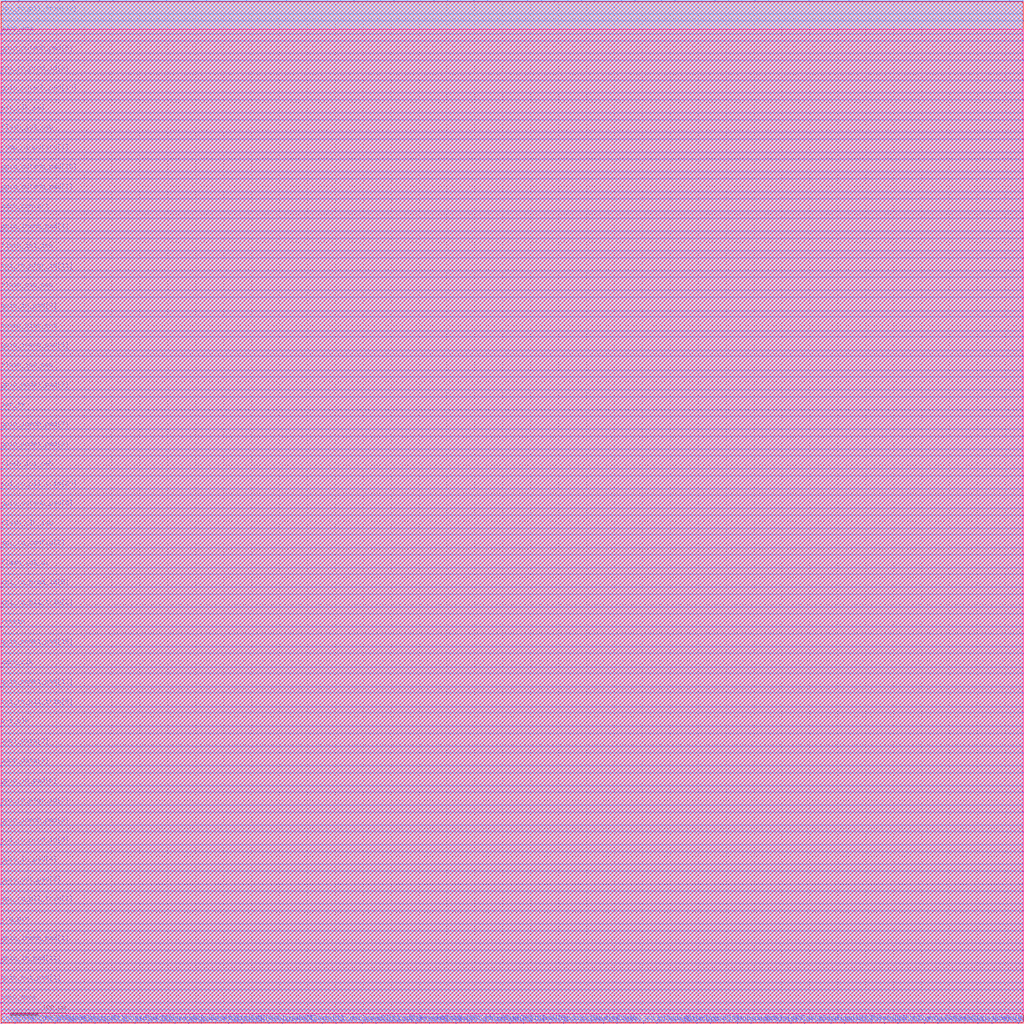
<source format=lef>
VERSION 5.3 ;
   NAMESCASESENSITIVE ON ;
   NOWIREEXTENSIONATPIN ON ;
   DIVIDERCHAR "/" ;
   BUSBITCHARS "[]" ;
UNITS
   DATABASE MICRONS 1000 ;
END UNITS

MACRO striVe_soc
   CLASS BLOCK ;
   FOREIGN striVe_soc ;
   ORIGIN -0.0000 -0.0000 ;
   SIZE 1833.9249 BY 1833.9249 ;
   PIN pll_clk
      DIRECTION INPUT ;
      PORT
         LAYER met2 ;
	    RECT 1487.7500 0.0000 1488.3099 2.1200 ;
      END
   END pll_clk
   PIN ext_clk
      DIRECTION INPUT ;
      PORT
         LAYER met3 ;
	    RECT 0.0000 532.1400 2.2000 533.3400 ;
      END
   END ext_clk
   PIN ext_clk_sel
      DIRECTION INPUT ;
      PORT
         LAYER met3 ;
	    RECT 0.0000 1631.0200 2.2000 1632.2200 ;
      END
   END ext_clk_sel
   PIN clk
      DIRECTION INPUT ;
      PORT
         LAYER met2 ;
	    RECT 1104.1100 0.0000 1104.6699 2.1200 ;
      END
   END clk
   PIN resetn
      DIRECTION INPUT ;
      PORT
         LAYER met3 ;
	    RECT 0.0000 710.3000 2.2000 711.5000 ;
      END
   END resetn
   PIN gpio_out_pad[15]
      DIRECTION OUTPUT TRISTATE ;
      PORT
         LAYER met2 ;
	    RECT 648.7100 0.0000 649.2700 2.1200 ;
      END
   END gpio_out_pad[15]
   PIN gpio_out_pad[14]
      DIRECTION OUTPUT TRISTATE ;
      PORT
         LAYER met3 ;
	    RECT 1831.7250 910.2200 1833.9249 911.4200 ;
      END
   END gpio_out_pad[14]
   PIN gpio_out_pad[13]
      DIRECTION OUTPUT TRISTATE ;
      PORT
         LAYER met2 ;
	    RECT 1184.1500 1831.8049 1184.7100 1833.9249 ;
      END
   END gpio_out_pad[13]
   PIN gpio_out_pad[12]
      DIRECTION OUTPUT TRISTATE ;
      PORT
         LAYER met2 ;
	    RECT 97.6300 0.0000 98.1900 2.1200 ;
      END
   END gpio_out_pad[12]
   PIN gpio_out_pad[11]
      DIRECTION OUTPUT TRISTATE ;
      PORT
         LAYER met3 ;
	    RECT 1831.7250 1122.3800 1833.9249 1123.5800 ;
      END
   END gpio_out_pad[11]
   PIN gpio_out_pad[10]
      DIRECTION OUTPUT TRISTATE ;
      PORT
         LAYER met2 ;
	    RECT 360.7500 0.0000 361.3100 2.1200 ;
      END
   END gpio_out_pad[10]
   PIN gpio_out_pad[9]
      DIRECTION OUTPUT TRISTATE ;
      PORT
         LAYER met2 ;
	    RECT 1655.1899 0.0000 1655.7500 2.1200 ;
      END
   END gpio_out_pad[9]
   PIN gpio_out_pad[8]
      DIRECTION OUTPUT TRISTATE ;
      PORT
         LAYER met2 ;
	    RECT 9.3100 1831.8049 9.8700 1833.9249 ;
      END
   END gpio_out_pad[8]
   PIN gpio_out_pad[7]
      DIRECTION OUTPUT TRISTATE ;
      PORT
         LAYER met2 ;
	    RECT 1591.7100 1831.8049 1592.2700 1833.9249 ;
      END
   END gpio_out_pad[7]
   PIN gpio_out_pad[6]
      DIRECTION OUTPUT TRISTATE ;
      PORT
         LAYER met3 ;
	    RECT 1831.7250 627.3400 1833.9249 628.5400 ;
      END
   END gpio_out_pad[6]
   PIN gpio_out_pad[5]
      DIRECTION OUTPUT TRISTATE ;
      PORT
         LAYER met3 ;
	    RECT 1831.7250 591.9800 1833.9249 593.1800 ;
      END
   END gpio_out_pad[5]
   PIN gpio_out_pad[4]
      DIRECTION OUTPUT TRISTATE ;
      PORT
         LAYER met2 ;
	    RECT 1208.0699 1831.8049 1208.6300 1833.9249 ;
      END
   END gpio_out_pad[4]
   PIN gpio_out_pad[3]
      DIRECTION OUTPUT TRISTATE ;
      PORT
         LAYER met2 ;
	    RECT 457.3500 0.0000 457.9100 2.1200 ;
      END
   END gpio_out_pad[3]
   PIN gpio_out_pad[2]
      DIRECTION OUTPUT TRISTATE ;
      PORT
         LAYER met3 ;
	    RECT 0.0000 249.2600 2.2000 250.4600 ;
      END
   END gpio_out_pad[2]
   PIN gpio_out_pad[1]
      DIRECTION OUTPUT TRISTATE ;
      PORT
         LAYER met3 ;
	    RECT 0.0000 72.4600 2.2000 73.6600 ;
      END
   END gpio_out_pad[1]
   PIN gpio_out_pad[0]
      DIRECTION OUTPUT TRISTATE ;
      PORT
         LAYER met2 ;
	    RECT 1175.8700 0.0000 1176.4299 2.1200 ;
      END
   END gpio_out_pad[0]
   PIN gpio_in_pad[15]
      DIRECTION INPUT ;
      PORT
         LAYER met3 ;
	    RECT 1831.7250 1406.6200 1833.9249 1407.8199 ;
      END
   END gpio_in_pad[15]
   PIN gpio_in_pad[14]
      DIRECTION INPUT ;
      PORT
         LAYER met2 ;
	    RECT 1472.1100 1831.8049 1472.6699 1833.9249 ;
      END
   END gpio_in_pad[14]
   PIN gpio_in_pad[13]
      DIRECTION INPUT ;
      PORT
         LAYER met2 ;
	    RECT 1327.6699 1831.8049 1328.2300 1833.9249 ;
      END
   END gpio_in_pad[13]
   PIN gpio_in_pad[12]
      DIRECTION INPUT ;
      PORT
         LAYER met2 ;
	    RECT 121.5500 0.0000 122.1100 2.1200 ;
      END
   END gpio_in_pad[12]
   PIN gpio_in_pad[11]
      DIRECTION INPUT ;
      PORT
         LAYER met3 ;
	    RECT 0.0000 107.8200 2.2000 109.0200 ;
      END
   END gpio_in_pad[11]
   PIN gpio_in_pad[10]
      DIRECTION INPUT ;
      PORT
         LAYER met2 ;
	    RECT 1519.9500 1831.8049 1520.5100 1833.9249 ;
      END
   END gpio_in_pad[10]
   PIN gpio_in_pad[9]
      DIRECTION INPUT ;
      PORT
         LAYER met3 ;
	    RECT 0.0000 1276.0599 2.2000 1277.2600 ;
      END
   END gpio_in_pad[9]
   PIN gpio_in_pad[8]
      DIRECTION INPUT ;
      PORT
         LAYER met3 ;
	    RECT 1831.7250 1229.8199 1833.9249 1231.0200 ;
      END
   END gpio_in_pad[8]
   PIN gpio_in_pad[7]
      DIRECTION INPUT ;
      PORT
         LAYER met3 ;
	    RECT 1831.7250 272.3800 1833.9249 273.5800 ;
      END
   END gpio_in_pad[7]
   PIN gpio_in_pad[6]
      DIRECTION INPUT ;
      PORT
         LAYER met3 ;
	    RECT 0.0000 426.0600 2.2000 427.2600 ;
      END
   END gpio_in_pad[6]
   PIN gpio_in_pad[5]
      DIRECTION INPUT ;
      PORT
         LAYER met2 ;
	    RECT 912.7500 0.0000 913.3100 2.1200 ;
      END
   END gpio_in_pad[5]
   PIN gpio_in_pad[4]
      DIRECTION INPUT ;
      PORT
         LAYER met3 ;
	    RECT 0.0000 284.6200 2.2000 285.8200 ;
      END
   END gpio_in_pad[4]
   PIN gpio_in_pad[3]
      DIRECTION INPUT ;
      PORT
         LAYER met3 ;
	    RECT 1831.7250 449.1800 1833.9249 450.3800 ;
      END
   END gpio_in_pad[3]
   PIN gpio_in_pad[2]
      DIRECTION INPUT ;
      PORT
         LAYER met3 ;
	    RECT 1831.7250 166.3000 1833.9249 167.5000 ;
      END
   END gpio_in_pad[2]
   PIN gpio_in_pad[1]
      DIRECTION INPUT ;
      PORT
         LAYER met2 ;
	    RECT 1223.7100 0.0000 1224.2700 2.1200 ;
      END
   END gpio_in_pad[1]
   PIN gpio_in_pad[0]
      DIRECTION INPUT ;
      PORT
         LAYER met2 ;
	    RECT 1008.4300 0.0000 1008.9900 2.1200 ;
      END
   END gpio_in_pad[0]
   PIN gpio_mode0_pad[15]
      DIRECTION OUTPUT TRISTATE ;
      PORT
         LAYER met2 ;
	    RECT 1351.5900 1831.8049 1352.1500 1833.9249 ;
      END
   END gpio_mode0_pad[15]
   PIN gpio_mode0_pad[14]
      DIRECTION OUTPUT TRISTATE ;
      PORT
         LAYER met2 ;
	    RECT 1607.3500 0.0000 1607.9099 2.1200 ;
      END
   END gpio_mode0_pad[14]
   PIN gpio_mode0_pad[13]
      DIRECTION OUTPUT TRISTATE ;
      PORT
         LAYER met2 ;
	    RECT 25.8700 0.0000 26.4300 2.1200 ;
      END
   END gpio_mode0_pad[13]
   PIN gpio_mode0_pad[12]
      DIRECTION OUTPUT TRISTATE ;
      PORT
         LAYER met2 ;
	    RECT 744.3900 0.0000 744.9500 2.1200 ;
      END
   END gpio_mode0_pad[12]
   PIN gpio_mode0_pad[11]
      DIRECTION OUTPUT TRISTATE ;
      PORT
         LAYER met2 ;
	    RECT 992.7900 1831.8049 993.3500 1833.9249 ;
      END
   END gpio_mode0_pad[11]
   PIN gpio_mode0_pad[10]
      DIRECTION OUTPUT TRISTATE ;
      PORT
         LAYER met2 ;
	    RECT 696.5500 0.0000 697.1100 2.1200 ;
      END
   END gpio_mode0_pad[10]
   PIN gpio_mode0_pad[9]
      DIRECTION OUTPUT TRISTATE ;
      PORT
         LAYER met2 ;
	    RECT 1016.7100 1831.8049 1017.2700 1833.9249 ;
      END
   END gpio_mode0_pad[9]
   PIN gpio_mode0_pad[8]
      DIRECTION OUTPUT TRISTATE ;
      PORT
         LAYER met3 ;
	    RECT 1831.7250 698.0600 1833.9249 699.2600 ;
      END
   END gpio_mode0_pad[8]
   PIN gpio_mode0_pad[7]
      DIRECTION OUTPUT TRISTATE ;
      PORT
         LAYER met3 ;
	    RECT 1831.7250 1654.1400 1833.9249 1655.3400 ;
      END
   END gpio_mode0_pad[7]
   PIN gpio_mode0_pad[6]
      DIRECTION OUTPUT TRISTATE ;
      PORT
         LAYER met3 ;
	    RECT 1831.7250 1087.0200 1833.9249 1088.2200 ;
      END
   END gpio_mode0_pad[6]
   PIN gpio_mode0_pad[5]
      DIRECTION OUTPUT TRISTATE ;
      PORT
         LAYER met2 ;
	    RECT 416.8700 1831.8049 417.4300 1833.9249 ;
      END
   END gpio_mode0_pad[5]
   PIN gpio_mode0_pad[4]
      DIRECTION OUTPUT TRISTATE ;
      PORT
         LAYER met3 ;
	    RECT 1831.7250 874.8600 1833.9249 876.0600 ;
      END
   END gpio_mode0_pad[4]
   PIN gpio_mode0_pad[3]
      DIRECTION OUTPUT TRISTATE ;
      PORT
         LAYER met2 ;
	    RECT 369.0300 1831.8049 369.5900 1833.9249 ;
      END
   END gpio_mode0_pad[3]
   PIN gpio_mode0_pad[2]
      DIRECTION OUTPUT TRISTATE ;
      PORT
         LAYER met3 ;
	    RECT 1831.7250 1760.2200 1833.9249 1761.4199 ;
      END
   END gpio_mode0_pad[2]
   PIN gpio_mode0_pad[1]
      DIRECTION OUTPUT TRISTATE ;
      PORT
         LAYER met2 ;
	    RECT 609.1500 1831.8049 609.7100 1833.9249 ;
      END
   END gpio_mode0_pad[1]
   PIN gpio_mode0_pad[0]
      DIRECTION OUTPUT TRISTATE ;
      PORT
         LAYER met2 ;
	    RECT 1799.6300 0.0000 1800.1899 2.1200 ;
      END
   END gpio_mode0_pad[0]
   PIN gpio_mode1_pad[15]
      DIRECTION OUTPUT TRISTATE ;
      PORT
         LAYER met3 ;
	    RECT 0.0000 674.9400 2.2000 676.1400 ;
      END
   END gpio_mode1_pad[15]
   PIN gpio_mode1_pad[14]
      DIRECTION OUTPUT TRISTATE ;
      PORT
         LAYER met3 ;
	    RECT 1831.7250 1583.4199 1833.9249 1584.6200 ;
      END
   END gpio_mode1_pad[14]
   PIN gpio_mode1_pad[13]
      DIRECTION OUTPUT TRISTATE ;
      PORT
         LAYER met3 ;
	    RECT 0.0000 602.8600 2.2000 604.0600 ;
      END
   END gpio_mode1_pad[13]
   PIN gpio_mode1_pad[12]
      DIRECTION OUTPUT TRISTATE ;
      PORT
         LAYER met2 ;
	    RECT 1830.9099 1831.8049 1831.4700 1833.9249 ;
      END
   END gpio_mode1_pad[12]
   PIN gpio_mode1_pad[11]
      DIRECTION OUTPUT TRISTATE ;
      PORT
         LAYER met2 ;
	    RECT 633.0700 1831.8049 633.6300 1833.9249 ;
      END
   END gpio_mode1_pad[11]
   PIN gpio_mode1_pad[10]
      DIRECTION OUTPUT TRISTATE ;
      PORT
         LAYER met3 ;
	    RECT 1831.7250 1051.6600 1833.9249 1052.8600 ;
      END
   END gpio_mode1_pad[10]
   PIN gpio_mode1_pad[9]
      DIRECTION OUTPUT TRISTATE ;
      PORT
         LAYER met2 ;
	    RECT 297.2700 1831.8049 297.8300 1833.9249 ;
      END
   END gpio_mode1_pad[9]
   PIN gpio_mode1_pad[8]
      DIRECTION OUTPUT TRISTATE ;
      PORT
         LAYER met2 ;
	    RECT 1615.6300 1831.8049 1616.1899 1833.9249 ;
      END
   END gpio_mode1_pad[8]
   PIN gpio_mode1_pad[7]
      DIRECTION OUTPUT TRISTATE ;
      PORT
         LAYER met2 ;
	    RECT 201.5900 1831.8049 202.1500 1833.9249 ;
      END
   END gpio_mode1_pad[7]
   PIN gpio_mode1_pad[6]
      DIRECTION OUTPUT TRISTATE ;
      PORT
         LAYER met2 ;
	    RECT 1424.2700 1831.8049 1424.8300 1833.9249 ;
      END
   END gpio_mode1_pad[6]
   PIN gpio_mode1_pad[5]
      DIRECTION OUTPUT TRISTATE ;
      PORT
         LAYER met2 ;
	    RECT 273.3500 1831.8049 273.9100 1833.9249 ;
      END
   END gpio_mode1_pad[5]
   PIN gpio_mode1_pad[4]
      DIRECTION OUTPUT TRISTATE ;
      PORT
         LAYER met3 ;
	    RECT 1831.7250 1477.3400 1833.9249 1478.5399 ;
      END
   END gpio_mode1_pad[4]
   PIN gpio_mode1_pad[3]
      DIRECTION OUTPUT TRISTATE ;
      PORT
         LAYER met3 ;
	    RECT 0.0000 1134.6200 2.2000 1135.8199 ;
      END
   END gpio_mode1_pad[3]
   PIN gpio_mode1_pad[2]
      DIRECTION OUTPUT TRISTATE ;
      PORT
         LAYER met3 ;
	    RECT 0.0000 1028.5399 2.2000 1029.7400 ;
      END
   END gpio_mode1_pad[2]
   PIN gpio_mode1_pad[1]
      DIRECTION OUTPUT TRISTATE ;
      PORT
         LAYER met2 ;
	    RECT 1136.3099 1831.8049 1136.8700 1833.9249 ;
      END
   END gpio_mode1_pad[1]
   PIN gpio_mode1_pad[0]
      DIRECTION OUTPUT TRISTATE ;
      PORT
         LAYER met2 ;
	    RECT 1088.4700 1831.8049 1089.0300 1833.9249 ;
      END
   END gpio_mode1_pad[0]
   PIN gpio_outenb_pad[15]
      DIRECTION OUTPUT TRISTATE ;
      PORT
         LAYER met3 ;
	    RECT 0.0000 1524.9399 2.2000 1526.1400 ;
      END
   END gpio_outenb_pad[15]
   PIN gpio_outenb_pad[14]
      DIRECTION OUTPUT TRISTATE ;
      PORT
         LAYER met2 ;
	    RECT 752.6700 1831.8049 753.2300 1833.9249 ;
      END
   END gpio_outenb_pad[14]
   PIN gpio_outenb_pad[13]
      DIRECTION OUTPUT TRISTATE ;
      PORT
         LAYER met2 ;
	    RECT 512.5500 1831.8049 513.1100 1833.9249 ;
      END
   END gpio_outenb_pad[13]
   PIN gpio_outenb_pad[12]
      DIRECTION OUTPUT TRISTATE ;
      PORT
         LAYER met2 ;
	    RECT 464.7100 1831.8049 465.2700 1833.9249 ;
      END
   END gpio_outenb_pad[12]
   PIN gpio_outenb_pad[11]
      DIRECTION OUTPUT TRISTATE ;
      PORT
         LAYER met2 ;
	    RECT 1511.6699 0.0000 1512.2300 2.1200 ;
      END
   END gpio_outenb_pad[11]
   PIN gpio_outenb_pad[10]
      DIRECTION OUTPUT TRISTATE ;
      PORT
         LAYER met3 ;
	    RECT 0.0000 1666.3800 2.2000 1667.5800 ;
      END
   END gpio_outenb_pad[10]
   PIN gpio_outenb_pad[9]
      DIRECTION OUTPUT TRISTATE ;
      PORT
         LAYER met2 ;
	    RECT 824.4300 1831.8049 824.9900 1833.9249 ;
      END
   END gpio_outenb_pad[9]
   PIN gpio_outenb_pad[8]
      DIRECTION OUTPUT TRISTATE ;
      PORT
         LAYER met2 ;
	    RECT 1303.7500 1831.8049 1304.3099 1833.9249 ;
      END
   END gpio_outenb_pad[8]
   PIN gpio_outenb_pad[7]
      DIRECTION OUTPUT TRISTATE ;
      PORT
         LAYER met3 ;
	    RECT 1831.7250 307.7400 1833.9249 308.9400 ;
      END
   END gpio_outenb_pad[7]
   PIN gpio_outenb_pad[6]
      DIRECTION OUTPUT TRISTATE ;
      PORT
         LAYER met2 ;
	    RECT 872.2700 1831.8049 872.8300 1833.9249 ;
      END
   END gpio_outenb_pad[6]
   PIN gpio_outenb_pad[5]
      DIRECTION OUTPUT TRISTATE ;
      PORT
         LAYER met3 ;
	    RECT 0.0000 1737.1000 2.2000 1738.2999 ;
      END
   END gpio_outenb_pad[5]
   PIN gpio_outenb_pad[4]
      DIRECTION OUTPUT TRISTATE ;
      PORT
         LAYER met3 ;
	    RECT 1831.7250 1335.9000 1833.9249 1337.1000 ;
      END
   END gpio_outenb_pad[4]
   PIN gpio_outenb_pad[3]
      DIRECTION OUTPUT TRISTATE ;
      PORT
         LAYER met2 ;
	    RECT 728.7500 1831.8049 729.3100 1833.9249 ;
      END
   END gpio_outenb_pad[3]
   PIN gpio_outenb_pad[2]
      DIRECTION OUTPUT TRISTATE ;
      PORT
         LAYER met2 ;
	    RECT 576.9500 0.0000 577.5100 2.1200 ;
      END
   END gpio_outenb_pad[2]
   PIN gpio_outenb_pad[1]
      DIRECTION OUTPUT TRISTATE ;
      PORT
         LAYER met3 ;
	    RECT 0.0000 1489.5800 2.2000 1490.7799 ;
      END
   END gpio_outenb_pad[1]
   PIN gpio_outenb_pad[0]
      DIRECTION OUTPUT TRISTATE ;
      PORT
         LAYER met3 ;
	    RECT 0.0000 922.4600 2.2000 923.6600 ;
      END
   END gpio_outenb_pad[0]
   PIN gpio_inenb_pad[15]
      DIRECTION OUTPUT TRISTATE ;
      PORT
         LAYER met3 ;
	    RECT 1831.7250 1689.5000 1833.9249 1690.7000 ;
      END
   END gpio_inenb_pad[15]
   PIN gpio_inenb_pad[14]
      DIRECTION OUTPUT TRISTATE ;
      PORT
         LAYER met2 ;
	    RECT 1679.1100 0.0000 1679.6699 2.1200 ;
      END
   END gpio_inenb_pad[14]
   PIN gpio_inenb_pad[13]
      DIRECTION OUTPUT TRISTATE ;
      PORT
         LAYER met2 ;
	    RECT 1271.5499 0.0000 1272.1100 2.1200 ;
      END
   END gpio_inenb_pad[13]
   PIN gpio_inenb_pad[12]
      DIRECTION OUTPUT TRISTATE ;
      PORT
         LAYER met2 ;
	    RECT 153.7500 1831.8049 154.3100 1833.9249 ;
      END
   END gpio_inenb_pad[12]
   PIN gpio_inenb_pad[11]
      DIRECTION OUTPUT TRISTATE ;
      PORT
         LAYER met2 ;
	    RECT 321.1900 1831.8049 321.7500 1833.9249 ;
      END
   END gpio_inenb_pad[11]
   PIN gpio_inenb_pad[10]
      DIRECTION OUTPUT TRISTATE ;
      PORT
         LAYER met2 ;
	    RECT 432.5100 0.0000 433.0700 2.1200 ;
      END
   END gpio_inenb_pad[10]
   PIN gpio_inenb_pad[9]
      DIRECTION OUTPUT TRISTATE ;
      PORT
         LAYER met2 ;
	    RECT 1711.3099 1831.8049 1711.8700 1833.9249 ;
      END
   END gpio_inenb_pad[9]
   PIN gpio_inenb_pad[8]
      DIRECTION OUTPUT TRISTATE ;
      PORT
         LAYER met2 ;
	    RECT 1448.1899 1831.8049 1448.7500 1833.9249 ;
      END
   END gpio_inenb_pad[8]
   PIN gpio_inenb_pad[7]
      DIRECTION OUTPUT TRISTATE ;
      PORT
         LAYER met3 ;
	    RECT 0.0000 1063.9000 2.2000 1065.1000 ;
      END
   END gpio_inenb_pad[7]
   PIN gpio_inenb_pad[6]
      DIRECTION OUTPUT TRISTATE ;
      PORT
         LAYER met2 ;
	    RECT 33.2300 1831.8049 33.7900 1833.9249 ;
      END
   END gpio_inenb_pad[6]
   PIN gpio_inenb_pad[5]
      DIRECTION OUTPUT TRISTATE ;
      PORT
         LAYER met3 ;
	    RECT 0.0000 1205.3400 2.2000 1206.5399 ;
      END
   END gpio_inenb_pad[5]
   PIN gpio_inenb_pad[4]
      DIRECTION OUTPUT TRISTATE ;
      PORT
         LAYER met3 ;
	    RECT 0.0000 1418.8600 2.2000 1420.0599 ;
      END
   END gpio_inenb_pad[4]
   PIN gpio_inenb_pad[3]
      DIRECTION OUTPUT TRISTATE ;
      PORT
         LAYER met2 ;
	    RECT 1783.0699 1831.8049 1783.6300 1833.9249 ;
      END
   END gpio_inenb_pad[3]
   PIN gpio_inenb_pad[2]
      DIRECTION OUTPUT TRISTATE ;
      PORT
         LAYER met3 ;
	    RECT 0.0000 355.3400 2.2000 356.5400 ;
      END
   END gpio_inenb_pad[2]
   PIN gpio_inenb_pad[1]
      DIRECTION OUTPUT TRISTATE ;
      PORT
         LAYER met3 ;
	    RECT 0.0000 143.1800 2.2000 144.3800 ;
      END
   END gpio_inenb_pad[1]
   PIN gpio_inenb_pad[0]
      DIRECTION OUTPUT TRISTATE ;
      PORT
         LAYER met3 ;
	    RECT 1831.7250 1441.9800 1833.9249 1443.1799 ;
      END
   END gpio_inenb_pad[0]
   PIN adc0_ena
      DIRECTION OUTPUT TRISTATE ;
      PORT
         LAYER met3 ;
	    RECT 0.0000 1772.4600 2.2000 1773.6599 ;
      END
   END adc0_ena
   PIN adc0_convert
      DIRECTION OUTPUT TRISTATE ;
      PORT
         LAYER met3 ;
	    RECT 0.0000 1454.2200 2.2000 1455.4199 ;
      END
   END adc0_convert
   PIN adc0_data[9]
      DIRECTION INPUT ;
      PORT
         LAYER met3 ;
	    RECT 1831.7250 980.9400 1833.9249 982.1400 ;
      END
   END adc0_data[9]
   PIN adc0_data[8]
      DIRECTION INPUT ;
      PORT
         LAYER met2 ;
	    RECT 440.7900 1831.8049 441.3500 1833.9249 ;
      END
   END adc0_data[8]
   PIN adc0_data[7]
      DIRECTION INPUT ;
      PORT
         LAYER met2 ;
	    RECT 408.5900 0.0000 409.1500 2.1200 ;
      END
   END adc0_data[7]
   PIN adc0_data[6]
      DIRECTION INPUT ;
      PORT
         LAYER met2 ;
	    RECT 1344.2300 0.0000 1344.7899 2.1200 ;
      END
   END adc0_data[6]
   PIN adc0_data[5]
      DIRECTION INPUT ;
      PORT
         LAYER met2 ;
	    RECT 863.9900 0.0000 864.5500 2.1200 ;
      END
   END adc0_data[5]
   PIN adc0_data[4]
      DIRECTION INPUT ;
      PORT
         LAYER met2 ;
	    RECT 384.6700 0.0000 385.2300 2.1200 ;
      END
   END adc0_data[4]
   PIN adc0_data[3]
      DIRECTION INPUT ;
      PORT
         LAYER met3 ;
	    RECT 0.0000 461.4200 2.2000 462.6200 ;
      END
   END adc0_data[3]
   PIN adc0_data[2]
      DIRECTION INPUT ;
      PORT
         LAYER met2 ;
	    RECT 1639.5499 1831.8049 1640.1100 1833.9249 ;
      END
   END adc0_data[2]
   PIN adc0_data[1]
      DIRECTION INPUT ;
      PORT
         LAYER met2 ;
	    RECT 336.8300 0.0000 337.3900 2.1200 ;
      END
   END adc0_data[1]
   PIN adc0_data[0]
      DIRECTION INPUT ;
      PORT
         LAYER met3 ;
	    RECT 1831.7250 556.6200 1833.9249 557.8200 ;
      END
   END adc0_data[0]
   PIN adc0_done
      DIRECTION INPUT ;
      PORT
         LAYER met3 ;
	    RECT 0.0000 37.1000 2.2000 38.3000 ;
      END
   END adc0_done
   PIN adc0_clk
      DIRECTION OUTPUT TRISTATE ;
      PORT
         LAYER met3 ;
	    RECT 0.0000 638.2200 2.2000 639.4200 ;
      END
   END adc0_clk
   PIN adc0_inputsrc[1]
      DIRECTION OUTPUT TRISTATE ;
      PORT
         LAYER met3 ;
	    RECT 1831.7250 1157.7400 1833.9249 1158.9399 ;
      END
   END adc0_inputsrc[1]
   PIN adc0_inputsrc[0]
      DIRECTION OUTPUT TRISTATE ;
      PORT
         LAYER met2 ;
	    RECT 960.5900 0.0000 961.1500 2.1200 ;
      END
   END adc0_inputsrc[0]
   PIN adc1_ena
      DIRECTION OUTPUT TRISTATE ;
      PORT
         LAYER met2 ;
	    RECT 936.6700 0.0000 937.2300 2.1200 ;
      END
   END adc1_ena
   PIN adc1_convert
      DIRECTION OUTPUT TRISTATE ;
      PORT
         LAYER met2 ;
	    RECT 265.0700 0.0000 265.6300 2.1200 ;
      END
   END adc1_convert
   PIN adc1_clk
      DIRECTION OUTPUT TRISTATE ;
      PORT
         LAYER met2 ;
	    RECT 217.2300 0.0000 217.7900 2.1200 ;
      END
   END adc1_clk
   PIN adc1_inputsrc[1]
      DIRECTION OUTPUT TRISTATE ;
      PORT
         LAYER met3 ;
	    RECT 1831.7250 1548.0599 1833.9249 1549.2600 ;
      END
   END adc1_inputsrc[1]
   PIN adc1_inputsrc[0]
      DIRECTION OUTPUT TRISTATE ;
      PORT
         LAYER met2 ;
	    RECT 193.3100 0.0000 193.8700 2.1200 ;
      END
   END adc1_inputsrc[0]
   PIN adc1_data[9]
      DIRECTION INPUT ;
      PORT
         LAYER met2 ;
	    RECT 529.1100 0.0000 529.6700 2.1200 ;
      END
   END adc1_data[9]
   PIN adc1_data[8]
      DIRECTION INPUT ;
      PORT
         LAYER met2 ;
	    RECT 1064.5499 1831.8049 1065.1100 1833.9249 ;
      END
   END adc1_data[8]
   PIN adc1_data[7]
      DIRECTION INPUT ;
      PORT
         LAYER met2 ;
	    RECT 1535.5900 0.0000 1536.1500 2.1200 ;
      END
   END adc1_data[7]
   PIN adc1_data[6]
      DIRECTION INPUT ;
      PORT
         LAYER met3 ;
	    RECT 1831.7250 378.4600 1833.9249 379.6600 ;
      END
   END adc1_data[6]
   PIN adc1_data[5]
      DIRECTION INPUT ;
      PORT
         LAYER met2 ;
	    RECT 768.3100 0.0000 768.8700 2.1200 ;
      END
   END adc1_data[5]
   PIN adc1_data[4]
      DIRECTION INPUT ;
      PORT
         LAYER met2 ;
	    RECT 1750.8700 0.0000 1751.4299 2.1200 ;
      END
   END adc1_data[4]
   PIN adc1_data[3]
      DIRECTION INPUT ;
      PORT
         LAYER met2 ;
	    RECT 1151.9500 0.0000 1152.5100 2.1200 ;
      END
   END adc1_data[3]
   PIN adc1_data[2]
      DIRECTION INPUT ;
      PORT
         LAYER met3 ;
	    RECT 0.0000 496.7800 2.2000 497.9800 ;
      END
   END adc1_data[2]
   PIN adc1_data[1]
      DIRECTION INPUT ;
      PORT
         LAYER met2 ;
	    RECT 481.2700 0.0000 481.8300 2.1200 ;
      END
   END adc1_data[1]
   PIN adc1_data[0]
      DIRECTION INPUT ;
      PORT
         LAYER met3 ;
	    RECT 1831.7250 24.8600 1833.9249 26.0600 ;
      END
   END adc1_data[0]
   PIN adc1_done
      DIRECTION INPUT ;
      PORT
         LAYER met2 ;
	    RECT 57.1500 1831.8049 57.7100 1833.9249 ;
      END
   END adc1_done
   PIN dac_ena
      DIRECTION OUTPUT TRISTATE ;
      PORT
         LAYER met2 ;
	    RECT 1703.0299 0.0000 1703.5900 2.1200 ;
      END
   END dac_ena
   PIN dac_value[9]
      DIRECTION OUTPUT TRISTATE ;
      PORT
         LAYER met2 ;
	    RECT 1375.5100 1831.8049 1376.0699 1833.9249 ;
      END
   END dac_value[9]
   PIN dac_value[8]
      DIRECTION OUTPUT TRISTATE ;
      PORT
         LAYER met2 ;
	    RECT 73.7100 0.0000 74.2700 2.1200 ;
      END
   END dac_value[8]
   PIN dac_value[7]
      DIRECTION OUTPUT TRISTATE ;
      PORT
         LAYER met2 ;
	    RECT 561.3100 1831.8049 561.8700 1833.9249 ;
      END
   END dac_value[7]
   PIN dac_value[6]
      DIRECTION OUTPUT TRISTATE ;
      PORT
         LAYER met2 ;
	    RECT 488.6300 1831.8049 489.1900 1833.9249 ;
      END
   END dac_value[6]
   PIN dac_value[5]
      DIRECTION OUTPUT TRISTATE ;
      PORT
         LAYER met2 ;
	    RECT 896.1900 1831.8049 896.7500 1833.9249 ;
      END
   END dac_value[5]
   PIN dac_value[4]
      DIRECTION OUTPUT TRISTATE ;
      PORT
         LAYER met2 ;
	    RECT 848.3500 1831.8049 848.9100 1833.9249 ;
      END
   END dac_value[4]
   PIN dac_value[3]
      DIRECTION OUTPUT TRISTATE ;
      PORT
         LAYER met3 ;
	    RECT 1831.7250 484.5400 1833.9249 485.7400 ;
      END
   END dac_value[3]
   PIN dac_value[2]
      DIRECTION OUTPUT TRISTATE ;
      PORT
         LAYER met2 ;
	    RECT 1392.0699 0.0000 1392.6300 2.1200 ;
      END
   END dac_value[2]
   PIN dac_value[1]
      DIRECTION OUTPUT TRISTATE ;
      PORT
         LAYER met3 ;
	    RECT 1831.7250 839.5000 1833.9249 840.7000 ;
      END
   END dac_value[1]
   PIN dac_value[0]
      DIRECTION OUTPUT TRISTATE ;
      PORT
         LAYER met2 ;
	    RECT 585.2300 1831.8049 585.7900 1833.9249 ;
      END
   END dac_value[0]
   PIN analog_out_sel
      DIRECTION OUTPUT TRISTATE ;
      PORT
         LAYER met3 ;
	    RECT 1831.7250 1795.5800 1833.9249 1796.7799 ;
      END
   END analog_out_sel
   PIN opamp_ena
      DIRECTION OUTPUT TRISTATE ;
      PORT
         LAYER met3 ;
	    RECT 1831.7250 1016.3000 1833.9249 1017.5000 ;
      END
   END opamp_ena
   PIN opamp_bias_ena
      DIRECTION OUTPUT TRISTATE ;
      PORT
         LAYER met3 ;
	    RECT 0.0000 1240.7000 2.2000 1241.9000 ;
      END
   END opamp_bias_ena
   PIN bg_ena
      DIRECTION OUTPUT TRISTATE ;
      PORT
         LAYER met2 ;
	    RECT 505.1900 0.0000 505.7500 2.1200 ;
      END
   END bg_ena
   PIN comp_ena
      DIRECTION OUTPUT TRISTATE ;
      PORT
         LAYER met2 ;
	    RECT 1.9500 0.0000 2.5100 2.1200 ;
      END
   END comp_ena
   PIN comp_ninputsrc[1]
      DIRECTION OUTPUT TRISTATE ;
      PORT
         LAYER met3 ;
	    RECT 0.0000 1560.2999 2.2000 1561.5000 ;
      END
   END comp_ninputsrc[1]
   PIN comp_ninputsrc[0]
      DIRECTION OUTPUT TRISTATE ;
      PORT
         LAYER met2 ;
	    RECT 1567.7899 1831.8049 1568.3500 1833.9249 ;
      END
   END comp_ninputsrc[0]
   PIN comp_pinputsrc[1]
      DIRECTION OUTPUT TRISTATE ;
      PORT
         LAYER met3 ;
	    RECT 1831.7250 1371.2600 1833.9249 1372.4600 ;
      END
   END comp_pinputsrc[1]
   PIN comp_pinputsrc[0]
      DIRECTION OUTPUT TRISTATE ;
      PORT
         LAYER met2 ;
	    RECT 920.1100 1831.8049 920.6700 1833.9249 ;
      END
   END comp_pinputsrc[0]
   PIN rcosc_ena
      DIRECTION OUTPUT TRISTATE ;
      PORT
         LAYER met2 ;
	    RECT 1759.1499 1831.8049 1759.7100 1833.9249 ;
      END
   END rcosc_ena
   PIN overtemp_ena
      DIRECTION OUTPUT TRISTATE ;
      PORT
         LAYER met2 ;
	    RECT 1160.2300 1831.8049 1160.7899 1833.9249 ;
      END
   END overtemp_ena
   PIN overtemp
      DIRECTION INPUT ;
      PORT
         LAYER met2 ;
	    RECT 1080.1899 0.0000 1080.7500 2.1200 ;
      END
   END overtemp
   PIN rcosc_in
      DIRECTION INPUT ;
      PORT
         LAYER met2 ;
	    RECT 392.9500 1831.8049 393.5100 1833.9249 ;
      END
   END rcosc_in
   PIN xtal_in
      DIRECTION INPUT ;
      PORT
         LAYER met3 ;
	    RECT 1831.7250 1724.8600 1833.9249 1726.0599 ;
      END
   END xtal_in
   PIN comp_in
      DIRECTION INPUT ;
      PORT
         LAYER met2 ;
	    RECT 537.3900 1831.8049 537.9500 1833.9249 ;
      END
   END comp_in
   PIN spi_sck
      DIRECTION INPUT ;
      PORT
         LAYER met2 ;
	    RECT 776.5900 1831.8049 777.1500 1833.9249 ;
      END
   END spi_sck
   PIN spi_ro_config[7]
      DIRECTION INPUT ;
      PORT
         LAYER met2 ;
	    RECT 944.0300 1831.8049 944.5900 1833.9249 ;
      END
   END spi_ro_config[7]
   PIN spi_ro_config[6]
      DIRECTION INPUT ;
      PORT
         LAYER met2 ;
	    RECT 1231.9900 1831.8049 1232.5499 1833.9249 ;
      END
   END spi_ro_config[6]
   PIN spi_ro_config[5]
      DIRECTION INPUT ;
      PORT
         LAYER met2 ;
	    RECT 600.8700 0.0000 601.4300 2.1200 ;
      END
   END spi_ro_config[5]
   PIN spi_ro_config[4]
      DIRECTION INPUT ;
      PORT
         LAYER met2 ;
	    RECT 1726.9500 0.0000 1727.5100 2.1200 ;
      END
   END spi_ro_config[4]
   PIN spi_ro_config[3]
      DIRECTION INPUT ;
      PORT
         LAYER met2 ;
	    RECT 1687.3900 1831.8049 1687.9500 1833.9249 ;
      END
   END spi_ro_config[3]
   PIN spi_ro_config[2]
      DIRECTION INPUT ;
      PORT
         LAYER met3 ;
	    RECT 0.0000 851.7400 2.2000 852.9400 ;
      END
   END spi_ro_config[2]
   PIN spi_ro_config[1]
      DIRECTION INPUT ;
      PORT
         LAYER met2 ;
	    RECT 1463.8300 0.0000 1464.3900 2.1200 ;
      END
   END spi_ro_config[1]
   PIN spi_ro_config[0]
      DIRECTION INPUT ;
      PORT
         LAYER met2 ;
	    RECT 1032.3500 0.0000 1032.9100 2.1200 ;
      END
   END spi_ro_config[0]
   PIN spi_ro_xtal_ena
      DIRECTION INPUT ;
      PORT
         LAYER met2 ;
	    RECT 1279.8300 1831.8049 1280.3900 1833.9249 ;
      END
   END spi_ro_xtal_ena
   PIN spi_ro_reg_ena
      DIRECTION INPUT ;
      PORT
         LAYER met2 ;
	    RECT 288.9900 0.0000 289.5500 2.1200 ;
      END
   END spi_ro_reg_ena
   PIN spi_ro_pll_dco_ena
      DIRECTION INPUT ;
      PORT
         LAYER met2 ;
	    RECT 1368.1500 0.0000 1368.7100 2.1200 ;
      END
   END spi_ro_pll_dco_ena
   PIN spi_ro_pll_div[4]
      DIRECTION INPUT ;
      PORT
         LAYER met2 ;
	    RECT 1128.0300 0.0000 1128.5900 2.1200 ;
      END
   END spi_ro_pll_div[4]
   PIN spi_ro_pll_div[3]
      DIRECTION INPUT ;
      PORT
         LAYER met2 ;
	    RECT 656.9900 1831.8049 657.5500 1833.9249 ;
      END
   END spi_ro_pll_div[3]
   PIN spi_ro_pll_div[2]
      DIRECTION INPUT ;
      PORT
         LAYER met2 ;
	    RECT 129.8300 1831.8049 130.3900 1833.9249 ;
      END
   END spi_ro_pll_div[2]
   PIN spi_ro_pll_div[1]
      DIRECTION INPUT ;
      PORT
         LAYER met2 ;
	    RECT 1806.9900 1831.8049 1807.5499 1833.9249 ;
      END
   END spi_ro_pll_div[1]
   PIN spi_ro_pll_div[0]
      DIRECTION INPUT ;
      PORT
         LAYER met2 ;
	    RECT 49.7900 0.0000 50.3500 2.1200 ;
      END
   END spi_ro_pll_div[0]
   PIN spi_ro_pll_sel[2]
      DIRECTION INPUT ;
      PORT
         LAYER met2 ;
	    RECT 241.1500 0.0000 241.7100 2.1200 ;
      END
   END spi_ro_pll_sel[2]
   PIN spi_ro_pll_sel[1]
      DIRECTION INPUT ;
      PORT
         LAYER met2 ;
	    RECT 680.9100 1831.8049 681.4700 1833.9249 ;
      END
   END spi_ro_pll_sel[1]
   PIN spi_ro_pll_sel[0]
      DIRECTION INPUT ;
      PORT
         LAYER met2 ;
	    RECT 1775.7100 0.0000 1776.2700 2.1200 ;
      END
   END spi_ro_pll_sel[0]
   PIN spi_ro_pll_trim[25]
      DIRECTION INPUT ;
      PORT
         LAYER met2 ;
	    RECT 816.1500 0.0000 816.7100 2.1200 ;
      END
   END spi_ro_pll_trim[25]
   PIN spi_ro_pll_trim[24]
      DIRECTION INPUT ;
      PORT
         LAYER met3 ;
	    RECT 1831.7250 201.6600 1833.9249 202.8600 ;
      END
   END spi_ro_pll_trim[24]
   PIN spi_ro_pll_trim[23]
      DIRECTION INPUT ;
      PORT
         LAYER met3 ;
	    RECT 1831.7250 1194.4600 1833.9249 1195.6600 ;
      END
   END spi_ro_pll_trim[23]
   PIN spi_ro_pll_trim[22]
      DIRECTION INPUT ;
      PORT
         LAYER met2 ;
	    RECT 1400.3500 1831.8049 1400.9099 1833.9249 ;
      END
   END spi_ro_pll_trim[22]
   PIN spi_ro_pll_trim[21]
      DIRECTION INPUT ;
      PORT
         LAYER met2 ;
	    RECT 792.2300 0.0000 792.7900 2.1200 ;
      END
   END spi_ro_pll_trim[21]
   PIN spi_ro_pll_trim[20]
      DIRECTION INPUT ;
      PORT
         LAYER met3 ;
	    RECT 0.0000 957.8200 2.2000 959.0200 ;
      END
   END spi_ro_pll_trim[20]
   PIN spi_ro_pll_trim[19]
      DIRECTION INPUT ;
      PORT
         LAYER met3 ;
	    RECT 0.0000 1807.8199 2.2000 1809.0200 ;
      END
   END spi_ro_pll_trim[19]
   PIN spi_ro_pll_trim[18]
      DIRECTION INPUT ;
      PORT
         LAYER met2 ;
	    RECT 840.0700 0.0000 840.6300 2.1200 ;
      END
   END spi_ro_pll_trim[18]
   PIN spi_ro_pll_trim[17]
      DIRECTION INPUT ;
      PORT
         LAYER met2 ;
	    RECT 169.3900 0.0000 169.9500 2.1200 ;
      END
   END spi_ro_pll_trim[17]
   PIN spi_ro_pll_trim[16]
      DIRECTION INPUT ;
      PORT
         LAYER met2 ;
	    RECT 312.9100 0.0000 313.4700 2.1200 ;
      END
   END spi_ro_pll_trim[16]
   PIN spi_ro_pll_trim[15]
      DIRECTION INPUT ;
      PORT
         LAYER met3 ;
	    RECT 1831.7250 1265.1799 1833.9249 1266.3800 ;
      END
   END spi_ro_pll_trim[15]
   PIN spi_ro_pll_trim[14]
      DIRECTION INPUT ;
      PORT
         LAYER met2 ;
	    RECT 225.5100 1831.8049 226.0700 1833.9249 ;
      END
   END spi_ro_pll_trim[14]
   PIN spi_ro_pll_trim[13]
      DIRECTION INPUT ;
      PORT
         LAYER met2 ;
	    RECT 1415.9900 0.0000 1416.5499 2.1200 ;
      END
   END spi_ro_pll_trim[13]
   PIN spi_ro_pll_trim[12]
      DIRECTION INPUT ;
      PORT
         LAYER met3 ;
	    RECT 1831.7250 804.1400 1833.9249 805.3400 ;
      END
   END spi_ro_pll_trim[12]
   PIN spi_ro_pll_trim[11]
      DIRECTION INPUT ;
      PORT
         LAYER met2 ;
	    RECT 1631.2700 0.0000 1631.8300 2.1200 ;
      END
   END spi_ro_pll_trim[11]
   PIN spi_ro_pll_trim[10]
      DIRECTION INPUT ;
      PORT
         LAYER met2 ;
	    RECT 1583.4299 0.0000 1583.9900 2.1200 ;
      END
   END spi_ro_pll_trim[10]
   PIN spi_ro_pll_trim[9]
      DIRECTION INPUT ;
      PORT
         LAYER met2 ;
	    RECT 1823.5499 0.0000 1824.1100 2.1200 ;
      END
   END spi_ro_pll_trim[9]
   PIN spi_ro_pll_trim[8]
      DIRECTION INPUT ;
      PORT
         LAYER met2 ;
	    RECT 1663.4700 1831.8049 1664.0299 1833.9249 ;
      END
   END spi_ro_pll_trim[8]
   PIN spi_ro_pll_trim[7]
      DIRECTION INPUT ;
      PORT
         LAYER met2 ;
	    RECT 800.5100 1831.8049 801.0700 1833.9249 ;
      END
   END spi_ro_pll_trim[7]
   PIN spi_ro_pll_trim[6]
      DIRECTION INPUT ;
      PORT
         LAYER met3 ;
	    RECT 0.0000 567.5000 2.2000 568.7000 ;
      END
   END spi_ro_pll_trim[6]
   PIN spi_ro_pll_trim[5]
      DIRECTION INPUT ;
      PORT
         LAYER met2 ;
	    RECT 672.6300 0.0000 673.1900 2.1200 ;
      END
   END spi_ro_pll_trim[5]
   PIN spi_ro_pll_trim[4]
      DIRECTION INPUT ;
      PORT
         LAYER met2 ;
	    RECT 1040.6300 1831.8049 1041.1899 1833.9249 ;
      END
   END spi_ro_pll_trim[4]
   PIN spi_ro_pll_trim[3]
      DIRECTION INPUT ;
      PORT
         LAYER met2 ;
	    RECT 888.8300 0.0000 889.3900 2.1200 ;
      END
   END spi_ro_pll_trim[3]
   PIN spi_ro_pll_trim[2]
      DIRECTION INPUT ;
      PORT
         LAYER met3 ;
	    RECT 0.0000 745.6600 2.2000 746.8600 ;
      END
   END spi_ro_pll_trim[2]
   PIN spi_ro_pll_trim[1]
      DIRECTION INPUT ;
      PORT
         LAYER met3 ;
	    RECT 0.0000 213.9000 2.2000 215.1000 ;
      END
   END spi_ro_pll_trim[1]
   PIN spi_ro_pll_trim[0]
      DIRECTION INPUT ;
      PORT
         LAYER met2 ;
	    RECT 624.7900 0.0000 625.3500 2.1200 ;
      END
   END spi_ro_pll_trim[0]
   PIN spi_ro_mfgr_id[11]
      DIRECTION INPUT ;
      PORT
         LAYER met3 ;
	    RECT 0.0000 1348.1400 2.2000 1349.3400 ;
      END
   END spi_ro_mfgr_id[11]
   PIN spi_ro_mfgr_id[10]
      DIRECTION INPUT ;
      PORT
         LAYER met2 ;
	    RECT 345.1100 1831.8049 345.6700 1833.9249 ;
      END
   END spi_ro_mfgr_id[10]
   PIN spi_ro_mfgr_id[9]
      DIRECTION INPUT ;
      PORT
         LAYER met2 ;
	    RECT 1255.9099 1831.8049 1256.4700 1833.9249 ;
      END
   END spi_ro_mfgr_id[9]
   PIN spi_ro_mfgr_id[8]
      DIRECTION INPUT ;
      PORT
         LAYER met3 ;
	    RECT 1831.7250 237.0200 1833.9249 238.2200 ;
      END
   END spi_ro_mfgr_id[8]
   PIN spi_ro_mfgr_id[7]
      DIRECTION INPUT ;
      PORT
         LAYER met3 ;
	    RECT 1831.7250 519.9000 1833.9249 521.1000 ;
      END
   END spi_ro_mfgr_id[7]
   PIN spi_ro_mfgr_id[6]
      DIRECTION INPUT ;
      PORT
         LAYER met3 ;
	    RECT 1831.7250 733.4200 1833.9249 734.6200 ;
      END
   END spi_ro_mfgr_id[6]
   PIN spi_ro_mfgr_id[5]
      DIRECTION INPUT ;
      PORT
         LAYER met3 ;
	    RECT 1831.7250 1300.5399 1833.9249 1301.7400 ;
      END
   END spi_ro_mfgr_id[5]
   PIN spi_ro_mfgr_id[4]
      DIRECTION INPUT ;
      PORT
         LAYER met2 ;
	    RECT 1735.2300 1831.8049 1735.7899 1833.9249 ;
      END
   END spi_ro_mfgr_id[4]
   PIN spi_ro_mfgr_id[3]
      DIRECTION INPUT ;
      PORT
         LAYER met3 ;
	    RECT 0.0000 390.7000 2.2000 391.9000 ;
      END
   END spi_ro_mfgr_id[3]
   PIN spi_ro_mfgr_id[2]
      DIRECTION INPUT ;
      PORT
         LAYER met2 ;
	    RECT 1439.9099 0.0000 1440.4700 2.1200 ;
      END
   END spi_ro_mfgr_id[2]
   PIN spi_ro_mfgr_id[1]
      DIRECTION INPUT ;
      PORT
         LAYER met2 ;
	    RECT 1199.7899 0.0000 1200.3500 2.1200 ;
      END
   END spi_ro_mfgr_id[1]
   PIN spi_ro_mfgr_id[0]
      DIRECTION INPUT ;
      PORT
         LAYER met2 ;
	    RECT 720.4700 0.0000 721.0300 2.1200 ;
      END
   END spi_ro_mfgr_id[0]
   PIN spi_ro_prod_id[7]
      DIRECTION INPUT ;
      PORT
         LAYER met3 ;
	    RECT 1831.7250 945.5800 1833.9249 946.7800 ;
      END
   END spi_ro_prod_id[7]
   PIN spi_ro_prod_id[6]
      DIRECTION INPUT ;
      PORT
         LAYER met3 ;
	    RECT 0.0000 319.9800 2.2000 321.1800 ;
      END
   END spi_ro_prod_id[6]
   PIN spi_ro_prod_id[5]
      DIRECTION INPUT ;
      PORT
         LAYER met3 ;
	    RECT 0.0000 781.0200 2.2000 782.2200 ;
      END
   END spi_ro_prod_id[5]
   PIN spi_ro_prod_id[4]
      DIRECTION INPUT ;
      PORT
         LAYER met3 ;
	    RECT 1831.7250 60.2200 1833.9249 61.4200 ;
      END
   END spi_ro_prod_id[4]
   PIN spi_ro_prod_id[3]
      DIRECTION INPUT ;
      PORT
         LAYER met3 ;
	    RECT 1831.7250 343.1000 1833.9249 344.3000 ;
      END
   END spi_ro_prod_id[3]
   PIN spi_ro_prod_id[2]
      DIRECTION INPUT ;
      PORT
         LAYER met3 ;
	    RECT 0.0000 1701.7400 2.2000 1702.9399 ;
      END
   END spi_ro_prod_id[2]
   PIN spi_ro_prod_id[1]
      DIRECTION INPUT ;
      PORT
         LAYER met2 ;
	    RECT 1320.3099 0.0000 1320.8700 2.1200 ;
      END
   END spi_ro_prod_id[1]
   PIN spi_ro_prod_id[0]
      DIRECTION INPUT ;
      PORT
         LAYER met2 ;
	    RECT 177.6700 1831.8049 178.2300 1833.9249 ;
      END
   END spi_ro_prod_id[0]
   PIN spi_ro_mask_rev[3]
      DIRECTION INPUT ;
      PORT
         LAYER met2 ;
	    RECT 704.8300 1831.8049 705.3900 1833.9249 ;
      END
   END spi_ro_mask_rev[3]
   PIN spi_ro_mask_rev[2]
      DIRECTION INPUT ;
      PORT
         LAYER met3 ;
	    RECT 1831.7250 95.5800 1833.9249 96.7800 ;
      END
   END spi_ro_mask_rev[2]
   PIN spi_ro_mask_rev[1]
      DIRECTION INPUT ;
      PORT
         LAYER met2 ;
	    RECT 249.4300 1831.8049 249.9900 1833.9249 ;
      END
   END spi_ro_mask_rev[1]
   PIN spi_ro_mask_rev[0]
      DIRECTION INPUT ;
      PORT
         LAYER met2 ;
	    RECT 1112.3900 1831.8049 1112.9500 1833.9249 ;
      END
   END spi_ro_mask_rev[0]
   PIN ser_tx
      DIRECTION OUTPUT TRISTATE ;
      PORT
         LAYER met3 ;
	    RECT 0.0000 1099.2600 2.2000 1100.4600 ;
      END
   END ser_tx
   PIN ser_rx
      DIRECTION INPUT ;
      PORT
         LAYER met3 ;
	    RECT 1831.7250 1512.7000 1833.9249 1513.9000 ;
      END
   END ser_rx
   PIN irq_pin
      DIRECTION INPUT ;
      PORT
         LAYER met3 ;
	    RECT 0.0000 178.5400 2.2000 179.7400 ;
      END
   END irq_pin
   PIN irq_spi
      DIRECTION INPUT ;
      PORT
         LAYER met2 ;
	    RECT 1247.6300 0.0000 1248.1899 2.1200 ;
      END
   END irq_spi
   PIN trap
      DIRECTION OUTPUT TRISTATE ;
      PORT
         LAYER met2 ;
	    RECT 105.9100 1831.8049 106.4700 1833.9249 ;
      END
   END trap
   PIN flash_csb
      DIRECTION OUTPUT TRISTATE ;
      PORT
         LAYER met2 ;
	    RECT 1543.8700 1831.8049 1544.4299 1833.9249 ;
      END
   END flash_csb
   PIN flash_clk
      DIRECTION OUTPUT TRISTATE ;
      PORT
         LAYER met3 ;
	    RECT 1831.7250 1618.7799 1833.9249 1619.9800 ;
      END
   END flash_clk
   PIN flash_csb_oeb
      DIRECTION OUTPUT TRISTATE ;
      PORT
         LAYER met3 ;
	    RECT 0.0000 1312.7800 2.2000 1313.9800 ;
      END
   END flash_csb_oeb
   PIN flash_clk_oeb
      DIRECTION OUTPUT TRISTATE ;
      PORT
         LAYER met2 ;
	    RECT 984.5099 0.0000 985.0700 2.1200 ;
      END
   END flash_clk_oeb
   PIN flash_io0_oeb
      DIRECTION OUTPUT TRISTATE ;
      PORT
         LAYER met3 ;
	    RECT 0.0000 1169.9800 2.2000 1171.1799 ;
      END
   END flash_io0_oeb
   PIN flash_io1_oeb
      DIRECTION OUTPUT TRISTATE ;
      PORT
         LAYER met3 ;
	    RECT 0.0000 993.1800 2.2000 994.3800 ;
      END
   END flash_io1_oeb
   PIN flash_io2_oeb
      DIRECTION OUTPUT TRISTATE ;
      PORT
         LAYER met2 ;
	    RECT 1559.5100 0.0000 1560.0699 2.1200 ;
      END
   END flash_io2_oeb
   PIN flash_io3_oeb
      DIRECTION OUTPUT TRISTATE ;
      PORT
         LAYER met3 ;
	    RECT 0.0000 1595.6599 2.2000 1596.8600 ;
      END
   END flash_io3_oeb
   PIN flash_csb_ieb
      DIRECTION OUTPUT TRISTATE ;
      PORT
         LAYER met2 ;
	    RECT 145.4700 0.0000 146.0300 2.1200 ;
      END
   END flash_csb_ieb
   PIN flash_clk_ieb
      DIRECTION OUTPUT TRISTATE ;
      PORT
         LAYER met3 ;
	    RECT 0.0000 887.1000 2.2000 888.3000 ;
      END
   END flash_clk_ieb
   PIN flash_io0_ieb
      DIRECTION OUTPUT TRISTATE ;
      PORT
         LAYER met3 ;
	    RECT 1831.7250 130.9400 1833.9249 132.1400 ;
      END
   END flash_io0_ieb
   PIN flash_io1_ieb
      DIRECTION OUTPUT TRISTATE ;
      PORT
         LAYER met3 ;
	    RECT 0.0000 1383.5000 2.2000 1384.7000 ;
      END
   END flash_io1_ieb
   PIN flash_io2_ieb
      DIRECTION OUTPUT TRISTATE ;
      PORT
         LAYER met3 ;
	    RECT 1831.7250 413.8200 1833.9249 415.0200 ;
      END
   END flash_io2_ieb
   PIN flash_io3_ieb
      DIRECTION OUTPUT TRISTATE ;
      PORT
         LAYER met2 ;
	    RECT 81.9900 1831.8049 82.5500 1833.9249 ;
      END
   END flash_io3_ieb
   PIN flash_io0_do
      DIRECTION OUTPUT TRISTATE ;
      PORT
         LAYER met3 ;
	    RECT 1831.7250 768.7800 1833.9249 769.9800 ;
      END
   END flash_io0_do
   PIN flash_io1_do
      DIRECTION OUTPUT TRISTATE ;
      PORT
         LAYER met2 ;
	    RECT 553.0300 0.0000 553.5900 2.1200 ;
      END
   END flash_io1_do
   PIN flash_io2_do
      DIRECTION OUTPUT TRISTATE ;
      PORT
         LAYER met3 ;
	    RECT 1831.7250 662.7000 1833.9249 663.9000 ;
      END
   END flash_io2_do
   PIN flash_io3_do
      DIRECTION OUTPUT TRISTATE ;
      PORT
         LAYER met2 ;
	    RECT 968.8700 1831.8049 969.4300 1833.9249 ;
      END
   END flash_io3_do
   PIN flash_io0_di
      DIRECTION INPUT ;
      PORT
         LAYER met2 ;
	    RECT 1056.2700 0.0000 1056.8300 2.1200 ;
      END
   END flash_io0_di
   PIN flash_io1_di
      DIRECTION INPUT ;
      PORT
         LAYER met2 ;
	    RECT 1295.4700 0.0000 1296.0300 2.1200 ;
      END
   END flash_io1_di
   PIN flash_io2_di
      DIRECTION INPUT ;
      PORT
         LAYER met2 ;
	    RECT 1496.0299 1831.8049 1496.5900 1833.9249 ;
      END
   END flash_io2_di
   PIN flash_io3_di
      DIRECTION INPUT ;
      PORT
         LAYER met3 ;
	    RECT 0.0000 816.3800 2.2000 817.5800 ;
      END
   END flash_io3_di
   OBS
         LAYER li1 ;
	    RECT 2.0000 1.9150 1831.8800 1829.9249 ;
         LAYER met1 ;
	    RECT 2.0000 1.7600 1831.8800 1831.8400 ;
         LAYER met2 ;
	    RECT 2.0900 1831.6649 9.1700 1832.0499 ;
	    RECT 10.0100 1831.6649 33.0900 1832.0499 ;
	    RECT 33.9300 1831.6649 57.0100 1832.0499 ;
	    RECT 57.8500 1831.6649 81.8500 1832.0499 ;
	    RECT 82.6900 1831.6649 105.7700 1832.0499 ;
	    RECT 106.6100 1831.6649 129.6900 1832.0499 ;
	    RECT 130.5300 1831.6649 153.6100 1832.0499 ;
	    RECT 154.4500 1831.6649 177.5300 1832.0499 ;
	    RECT 178.3700 1831.6649 201.4500 1832.0499 ;
	    RECT 202.2900 1831.6649 225.3700 1832.0499 ;
	    RECT 226.2100 1831.6649 249.2900 1832.0499 ;
	    RECT 250.1300 1831.6649 273.2100 1832.0499 ;
	    RECT 274.0500 1831.6649 297.1300 1832.0499 ;
	    RECT 297.9700 1831.6649 321.0500 1832.0499 ;
	    RECT 321.8900 1831.6649 344.9700 1832.0499 ;
	    RECT 345.8100 1831.6649 368.8900 1832.0499 ;
	    RECT 369.7300 1831.6649 392.8100 1832.0499 ;
	    RECT 393.6500 1831.6649 416.7300 1832.0499 ;
	    RECT 417.5700 1831.6649 440.6500 1832.0499 ;
	    RECT 441.4900 1831.6649 464.5700 1832.0499 ;
	    RECT 465.4100 1831.6649 488.4900 1832.0499 ;
	    RECT 489.3300 1831.6649 512.4100 1832.0499 ;
	    RECT 513.2500 1831.6649 537.2500 1832.0499 ;
	    RECT 538.0900 1831.6649 561.1700 1832.0499 ;
	    RECT 562.0100 1831.6649 585.0900 1832.0499 ;
	    RECT 585.9300 1831.6649 609.0100 1832.0499 ;
	    RECT 609.8500 1831.6649 632.9300 1832.0499 ;
	    RECT 633.7700 1831.6649 656.8500 1832.0499 ;
	    RECT 657.6900 1831.6649 680.7700 1832.0499 ;
	    RECT 681.6100 1831.6649 704.6900 1832.0499 ;
	    RECT 705.5300 1831.6649 728.6100 1832.0499 ;
	    RECT 729.4500 1831.6649 752.5300 1832.0499 ;
	    RECT 753.3700 1831.6649 776.4500 1832.0499 ;
	    RECT 777.2900 1831.6649 800.3700 1832.0499 ;
	    RECT 801.2100 1831.6649 824.2900 1832.0499 ;
	    RECT 825.1300 1831.6649 848.2100 1832.0499 ;
	    RECT 849.0500 1831.6649 872.1300 1832.0499 ;
	    RECT 872.9700 1831.6649 896.0500 1832.0499 ;
	    RECT 896.8900 1831.6649 919.9700 1832.0499 ;
	    RECT 920.8100 1831.6649 943.8900 1832.0499 ;
	    RECT 944.7300 1831.6649 968.7300 1832.0499 ;
	    RECT 969.5700 1831.6649 992.6500 1832.0499 ;
	    RECT 993.4900 1831.6649 1016.5700 1832.0499 ;
	    RECT 1017.4100 1831.6649 1040.4900 1832.0499 ;
	    RECT 1041.3300 1831.6649 1064.4100 1832.0499 ;
	    RECT 1065.2500 1831.6649 1088.3300 1832.0499 ;
	    RECT 1089.1699 1831.6649 1112.2500 1832.0499 ;
	    RECT 1113.0900 1831.6649 1136.1699 1832.0499 ;
	    RECT 1137.0100 1831.6649 1160.0900 1832.0499 ;
	    RECT 1160.9299 1831.6649 1184.0100 1832.0499 ;
	    RECT 1184.8500 1831.6649 1207.9299 1832.0499 ;
	    RECT 1208.7700 1831.6649 1231.8500 1832.0499 ;
	    RECT 1232.6899 1831.6649 1255.7700 1832.0499 ;
	    RECT 1256.6100 1831.6649 1279.6899 1832.0499 ;
	    RECT 1280.5300 1831.6649 1303.6100 1832.0499 ;
	    RECT 1304.4500 1831.6649 1327.5300 1832.0499 ;
	    RECT 1328.3700 1831.6649 1351.4500 1832.0499 ;
	    RECT 1352.2899 1831.6649 1375.3700 1832.0499 ;
	    RECT 1376.2100 1831.6649 1400.2100 1832.0499 ;
	    RECT 1401.0499 1831.6649 1424.1300 1832.0499 ;
	    RECT 1424.9700 1831.6649 1448.0499 1832.0499 ;
	    RECT 1448.8900 1831.6649 1471.9700 1832.0499 ;
	    RECT 1472.8099 1831.6649 1495.8900 1832.0499 ;
	    RECT 1496.7300 1831.6649 1519.8099 1832.0499 ;
	    RECT 1520.6500 1831.6649 1543.7300 1832.0499 ;
	    RECT 1544.5699 1831.6649 1567.6500 1832.0499 ;
	    RECT 1568.4900 1831.6649 1591.5699 1832.0499 ;
	    RECT 1592.4099 1831.6649 1615.4900 1832.0499 ;
	    RECT 1616.3300 1831.6649 1639.4099 1832.0499 ;
	    RECT 1640.2500 1831.6649 1663.3300 1832.0499 ;
	    RECT 1664.1699 1831.6649 1687.2500 1832.0499 ;
	    RECT 1688.0900 1831.6649 1711.1699 1832.0499 ;
	    RECT 1712.0100 1831.6649 1735.0900 1832.0499 ;
	    RECT 1735.9299 1831.6649 1759.0100 1832.0499 ;
	    RECT 1759.8500 1831.6649 1782.9299 1832.0499 ;
	    RECT 1783.7700 1831.6649 1806.8500 1832.0499 ;
	    RECT 1807.6899 1831.6649 1830.7700 1832.0499 ;
	    RECT 1831.6100 1831.6649 1831.7899 1832.0499 ;
	    RECT 2.0900 2.2600 1831.7899 1831.6649 ;
	    RECT 2.6500 1.7600 25.7300 2.2600 ;
	    RECT 26.5700 1.7600 49.6500 2.2600 ;
	    RECT 50.4900 1.7600 73.5700 2.2600 ;
	    RECT 74.4100 1.7600 97.4900 2.2600 ;
	    RECT 98.3300 1.7600 121.4100 2.2600 ;
	    RECT 122.2500 1.7600 145.3300 2.2600 ;
	    RECT 146.1700 1.7600 169.2500 2.2600 ;
	    RECT 170.0900 1.7600 193.1700 2.2600 ;
	    RECT 194.0100 1.7600 217.0900 2.2600 ;
	    RECT 217.9300 1.7600 241.0100 2.2600 ;
	    RECT 241.8500 1.7600 264.9300 2.2600 ;
	    RECT 265.7700 1.7600 288.8500 2.2600 ;
	    RECT 289.6900 1.7600 312.7700 2.2600 ;
	    RECT 313.6100 1.7600 336.6900 2.2600 ;
	    RECT 337.5300 1.7600 360.6100 2.2600 ;
	    RECT 361.4500 1.7600 384.5300 2.2600 ;
	    RECT 385.3700 1.7600 408.4500 2.2600 ;
	    RECT 409.2900 1.7600 432.3700 2.2600 ;
	    RECT 433.2100 1.7600 457.2100 2.2600 ;
	    RECT 458.0500 1.7600 481.1300 2.2600 ;
	    RECT 481.9700 1.7600 505.0500 2.2600 ;
	    RECT 505.8900 1.7600 528.9700 2.2600 ;
	    RECT 529.8100 1.7600 552.8900 2.2600 ;
	    RECT 553.7300 1.7600 576.8100 2.2600 ;
	    RECT 577.6500 1.7600 600.7300 2.2600 ;
	    RECT 601.5700 1.7600 624.6500 2.2600 ;
	    RECT 625.4900 1.7600 648.5700 2.2600 ;
	    RECT 649.4100 1.7600 672.4900 2.2600 ;
	    RECT 673.3300 1.7600 696.4100 2.2600 ;
	    RECT 697.2500 1.7600 720.3300 2.2600 ;
	    RECT 721.1700 1.7600 744.2500 2.2600 ;
	    RECT 745.0900 1.7600 768.1700 2.2600 ;
	    RECT 769.0100 1.7600 792.0900 2.2600 ;
	    RECT 792.9300 1.7600 816.0100 2.2600 ;
	    RECT 816.8500 1.7600 839.9300 2.2600 ;
	    RECT 840.7700 1.7600 863.8500 2.2600 ;
	    RECT 864.6900 1.7600 888.6900 2.2600 ;
	    RECT 889.5300 1.7600 912.6100 2.2600 ;
	    RECT 913.4500 1.7600 936.5300 2.2600 ;
	    RECT 937.3700 1.7600 960.4500 2.2600 ;
	    RECT 961.2900 1.7600 984.3700 2.2600 ;
	    RECT 985.2100 1.7600 1008.2900 2.2600 ;
	    RECT 1009.1300 1.7600 1032.2100 2.2600 ;
	    RECT 1033.0499 1.7600 1056.1300 2.2600 ;
	    RECT 1056.9700 1.7600 1080.0499 2.2600 ;
	    RECT 1080.8900 1.7600 1103.9700 2.2600 ;
	    RECT 1104.8099 1.7600 1127.8900 2.2600 ;
	    RECT 1128.7300 1.7600 1151.8099 2.2600 ;
	    RECT 1152.6500 1.7600 1175.7300 2.2600 ;
	    RECT 1176.5699 1.7600 1199.6500 2.2600 ;
	    RECT 1200.4900 1.7600 1223.5699 2.2600 ;
	    RECT 1224.4099 1.7600 1247.4900 2.2600 ;
	    RECT 1248.3300 1.7600 1271.4099 2.2600 ;
	    RECT 1272.2500 1.7600 1295.3300 2.2600 ;
	    RECT 1296.1699 1.7600 1320.1699 2.2600 ;
	    RECT 1321.0100 1.7600 1344.0900 2.2600 ;
	    RECT 1344.9299 1.7600 1368.0100 2.2600 ;
	    RECT 1368.8500 1.7600 1391.9299 2.2600 ;
	    RECT 1392.7700 1.7600 1415.8500 2.2600 ;
	    RECT 1416.6899 1.7600 1439.7700 2.2600 ;
	    RECT 1440.6100 1.7600 1463.6899 2.2600 ;
	    RECT 1464.5299 1.7600 1487.6100 2.2600 ;
	    RECT 1488.4500 1.7600 1511.5299 2.2600 ;
	    RECT 1512.3700 1.7600 1535.4500 2.2600 ;
	    RECT 1536.2899 1.7600 1559.3700 2.2600 ;
	    RECT 1560.2100 1.7600 1583.2899 2.2600 ;
	    RECT 1584.1300 1.7600 1607.2100 2.2600 ;
	    RECT 1608.0499 1.7600 1631.1300 2.2600 ;
	    RECT 1631.9700 1.7600 1655.0499 2.2600 ;
	    RECT 1655.8900 1.7600 1678.9700 2.2600 ;
	    RECT 1679.8099 1.7600 1702.8900 2.2600 ;
	    RECT 1703.7300 1.7600 1726.8099 2.2600 ;
	    RECT 1727.6499 1.7600 1750.7300 2.2600 ;
	    RECT 1751.5699 1.7600 1775.5699 2.2600 ;
	    RECT 1776.4099 1.7600 1799.4900 2.2600 ;
	    RECT 1800.3300 1.7600 1823.4099 2.2600 ;
	    RECT 1824.2500 1.7600 1831.7899 2.2600 ;
         LAYER met3 ;
	    RECT 1.9100 1809.3199 1832.0150 1832.0299 ;
	    RECT 2.5000 1807.5200 1832.0150 1809.3199 ;
	    RECT 1.9100 1797.0800 1832.0150 1807.5200 ;
	    RECT 1.9100 1795.2799 1831.4249 1797.0800 ;
	    RECT 1.9100 1773.9600 1832.0150 1795.2799 ;
	    RECT 2.5000 1772.1599 1832.0150 1773.9600 ;
	    RECT 1.9100 1761.7200 1832.0150 1772.1599 ;
	    RECT 1.9100 1759.9199 1831.4249 1761.7200 ;
	    RECT 1.9100 1738.6000 1832.0150 1759.9199 ;
	    RECT 2.5000 1736.7999 1832.0150 1738.6000 ;
	    RECT 1.9100 1726.3600 1832.0150 1736.7999 ;
	    RECT 1.9100 1724.5599 1831.4249 1726.3600 ;
	    RECT 1.9100 1703.2400 1832.0150 1724.5599 ;
	    RECT 2.5000 1701.4399 1832.0150 1703.2400 ;
	    RECT 1.9100 1691.0000 1832.0150 1701.4399 ;
	    RECT 1.9100 1689.2000 1831.4249 1691.0000 ;
	    RECT 1.9100 1667.8800 1832.0150 1689.2000 ;
	    RECT 2.5000 1666.0800 1832.0150 1667.8800 ;
	    RECT 1.9100 1655.6400 1832.0150 1666.0800 ;
	    RECT 1.9100 1653.8400 1831.4249 1655.6400 ;
	    RECT 1.9100 1632.5200 1832.0150 1653.8400 ;
	    RECT 2.5000 1630.7200 1832.0150 1632.5200 ;
	    RECT 1.9100 1620.2799 1832.0150 1630.7200 ;
	    RECT 1.9100 1618.4800 1831.4249 1620.2799 ;
	    RECT 1.9100 1597.1599 1832.0150 1618.4800 ;
	    RECT 2.5000 1595.3600 1832.0150 1597.1599 ;
	    RECT 1.9100 1584.9199 1832.0150 1595.3600 ;
	    RECT 1.9100 1583.1200 1831.4249 1584.9199 ;
	    RECT 1.9100 1561.7999 1832.0150 1583.1200 ;
	    RECT 2.5000 1560.0000 1832.0150 1561.7999 ;
	    RECT 1.9100 1549.5599 1832.0150 1560.0000 ;
	    RECT 1.9100 1547.7600 1831.4249 1549.5599 ;
	    RECT 1.9100 1526.4399 1832.0150 1547.7600 ;
	    RECT 2.5000 1524.6400 1832.0150 1526.4399 ;
	    RECT 1.9100 1514.2000 1832.0150 1524.6400 ;
	    RECT 1.9100 1512.4000 1831.4249 1514.2000 ;
	    RECT 1.9100 1491.0800 1832.0150 1512.4000 ;
	    RECT 2.5000 1489.2799 1832.0150 1491.0800 ;
	    RECT 1.9100 1478.8400 1832.0150 1489.2799 ;
	    RECT 1.9100 1477.0399 1831.4249 1478.8400 ;
	    RECT 1.9100 1455.7200 1832.0150 1477.0399 ;
	    RECT 2.5000 1453.9199 1832.0150 1455.7200 ;
	    RECT 1.9100 1443.4800 1832.0150 1453.9199 ;
	    RECT 1.9100 1441.6799 1831.4249 1443.4800 ;
	    RECT 1.9100 1420.3600 1832.0150 1441.6799 ;
	    RECT 2.5000 1418.5599 1832.0150 1420.3600 ;
	    RECT 1.9100 1408.1200 1832.0150 1418.5599 ;
	    RECT 1.9100 1406.3199 1831.4249 1408.1200 ;
	    RECT 1.9100 1385.0000 1832.0150 1406.3199 ;
	    RECT 2.5000 1383.2000 1832.0150 1385.0000 ;
	    RECT 1.9100 1372.7600 1832.0150 1383.2000 ;
	    RECT 1.9100 1370.9600 1831.4249 1372.7600 ;
	    RECT 1.9100 1349.6400 1832.0150 1370.9600 ;
	    RECT 2.5000 1347.8400 1832.0150 1349.6400 ;
	    RECT 1.9100 1337.4000 1832.0150 1347.8400 ;
	    RECT 1.9100 1335.6000 1831.4249 1337.4000 ;
	    RECT 1.9100 1314.2800 1832.0150 1335.6000 ;
	    RECT 2.5000 1312.4800 1832.0150 1314.2800 ;
	    RECT 1.9100 1302.0399 1832.0150 1312.4800 ;
	    RECT 1.9100 1300.2400 1831.4249 1302.0399 ;
	    RECT 1.9100 1277.5599 1832.0150 1300.2400 ;
	    RECT 2.5000 1275.7600 1832.0150 1277.5599 ;
	    RECT 1.9100 1266.6799 1832.0150 1275.7600 ;
	    RECT 1.9100 1264.8800 1831.4249 1266.6799 ;
	    RECT 1.9100 1242.2000 1832.0150 1264.8800 ;
	    RECT 2.5000 1240.4000 1832.0150 1242.2000 ;
	    RECT 1.9100 1231.3199 1832.0150 1240.4000 ;
	    RECT 1.9100 1229.5200 1831.4249 1231.3199 ;
	    RECT 1.9100 1206.8400 1832.0150 1229.5200 ;
	    RECT 2.5000 1205.0399 1832.0150 1206.8400 ;
	    RECT 1.9100 1195.9600 1832.0150 1205.0399 ;
	    RECT 1.9100 1194.1600 1831.4249 1195.9600 ;
	    RECT 1.9100 1171.4800 1832.0150 1194.1600 ;
	    RECT 2.5000 1169.6799 1832.0150 1171.4800 ;
	    RECT 1.9100 1159.2400 1832.0150 1169.6799 ;
	    RECT 1.9100 1157.4399 1831.4249 1159.2400 ;
	    RECT 1.9100 1136.1200 1832.0150 1157.4399 ;
	    RECT 2.5000 1134.3199 1832.0150 1136.1200 ;
	    RECT 1.9100 1123.8800 1832.0150 1134.3199 ;
	    RECT 1.9100 1122.0800 1831.4249 1123.8800 ;
	    RECT 1.9100 1100.7600 1832.0150 1122.0800 ;
	    RECT 2.5000 1098.9600 1832.0150 1100.7600 ;
	    RECT 1.9100 1088.5200 1832.0150 1098.9600 ;
	    RECT 1.9100 1086.7200 1831.4249 1088.5200 ;
	    RECT 1.9100 1065.4000 1832.0150 1086.7200 ;
	    RECT 2.5000 1063.6000 1832.0150 1065.4000 ;
	    RECT 1.9100 1053.1600 1832.0150 1063.6000 ;
	    RECT 1.9100 1051.3600 1831.4249 1053.1600 ;
	    RECT 1.9100 1030.0399 1832.0150 1051.3600 ;
	    RECT 2.5000 1028.2400 1832.0150 1030.0399 ;
	    RECT 1.9100 1017.8000 1832.0150 1028.2400 ;
	    RECT 1.9100 1016.0000 1831.4249 1017.8000 ;
	    RECT 1.9100 994.6800 1832.0150 1016.0000 ;
	    RECT 2.5000 992.8800 1832.0150 994.6800 ;
	    RECT 1.9100 982.4400 1832.0150 992.8800 ;
	    RECT 1.9100 980.6400 1831.4249 982.4400 ;
	    RECT 1.9100 959.3200 1832.0150 980.6400 ;
	    RECT 2.5000 957.5200 1832.0150 959.3200 ;
	    RECT 1.9100 947.0800 1832.0150 957.5200 ;
	    RECT 1.9100 945.2800 1831.4249 947.0800 ;
	    RECT 1.9100 923.9600 1832.0150 945.2800 ;
	    RECT 2.5000 922.1600 1832.0150 923.9600 ;
	    RECT 1.9100 911.7200 1832.0150 922.1600 ;
	    RECT 1.9100 909.9200 1831.4249 911.7200 ;
	    RECT 1.9100 888.6000 1832.0150 909.9200 ;
	    RECT 2.5000 886.8000 1832.0150 888.6000 ;
	    RECT 1.9100 876.3600 1832.0150 886.8000 ;
	    RECT 1.9100 874.5600 1831.4249 876.3600 ;
	    RECT 1.9100 853.2400 1832.0150 874.5600 ;
	    RECT 2.5000 851.4400 1832.0150 853.2400 ;
	    RECT 1.9100 841.0000 1832.0150 851.4400 ;
	    RECT 1.9100 839.2000 1831.4249 841.0000 ;
	    RECT 1.9100 817.8800 1832.0150 839.2000 ;
	    RECT 2.5000 816.0800 1832.0150 817.8800 ;
	    RECT 1.9100 805.6400 1832.0150 816.0800 ;
	    RECT 1.9100 803.8400 1831.4249 805.6400 ;
	    RECT 1.9100 782.5200 1832.0150 803.8400 ;
	    RECT 2.5000 780.7200 1832.0150 782.5200 ;
	    RECT 1.9100 770.2800 1832.0150 780.7200 ;
	    RECT 1.9100 768.4800 1831.4249 770.2800 ;
	    RECT 1.9100 747.1600 1832.0150 768.4800 ;
	    RECT 2.5000 745.3600 1832.0150 747.1600 ;
	    RECT 1.9100 734.9200 1832.0150 745.3600 ;
	    RECT 1.9100 733.1200 1831.4249 734.9200 ;
	    RECT 1.9100 711.8000 1832.0150 733.1200 ;
	    RECT 2.5000 710.0000 1832.0150 711.8000 ;
	    RECT 1.9100 699.5600 1832.0150 710.0000 ;
	    RECT 1.9100 697.7600 1831.4249 699.5600 ;
	    RECT 1.9100 676.4400 1832.0150 697.7600 ;
	    RECT 2.5000 674.6400 1832.0150 676.4400 ;
	    RECT 1.9100 664.2000 1832.0150 674.6400 ;
	    RECT 1.9100 662.4000 1831.4249 664.2000 ;
	    RECT 1.9100 639.7200 1832.0150 662.4000 ;
	    RECT 2.5000 637.9200 1832.0150 639.7200 ;
	    RECT 1.9100 628.8400 1832.0150 637.9200 ;
	    RECT 1.9100 627.0400 1831.4249 628.8400 ;
	    RECT 1.9100 604.3600 1832.0150 627.0400 ;
	    RECT 2.5000 602.5600 1832.0150 604.3600 ;
	    RECT 1.9100 593.4800 1832.0150 602.5600 ;
	    RECT 1.9100 591.6800 1831.4249 593.4800 ;
	    RECT 1.9100 569.0000 1832.0150 591.6800 ;
	    RECT 2.5000 567.2000 1832.0150 569.0000 ;
	    RECT 1.9100 558.1200 1832.0150 567.2000 ;
	    RECT 1.9100 556.3200 1831.4249 558.1200 ;
	    RECT 1.9100 533.6400 1832.0150 556.3200 ;
	    RECT 2.5000 531.8400 1832.0150 533.6400 ;
	    RECT 1.9100 521.4000 1832.0150 531.8400 ;
	    RECT 1.9100 519.6000 1831.4249 521.4000 ;
	    RECT 1.9100 498.2800 1832.0150 519.6000 ;
	    RECT 2.5000 496.4800 1832.0150 498.2800 ;
	    RECT 1.9100 486.0400 1832.0150 496.4800 ;
	    RECT 1.9100 484.2400 1831.4249 486.0400 ;
	    RECT 1.9100 462.9200 1832.0150 484.2400 ;
	    RECT 2.5000 461.1200 1832.0150 462.9200 ;
	    RECT 1.9100 450.6800 1832.0150 461.1200 ;
	    RECT 1.9100 448.8800 1831.4249 450.6800 ;
	    RECT 1.9100 427.5600 1832.0150 448.8800 ;
	    RECT 2.5000 425.7600 1832.0150 427.5600 ;
	    RECT 1.9100 415.3200 1832.0150 425.7600 ;
	    RECT 1.9100 413.5200 1831.4249 415.3200 ;
	    RECT 1.9100 392.2000 1832.0150 413.5200 ;
	    RECT 2.5000 390.4000 1832.0150 392.2000 ;
	    RECT 1.9100 379.9600 1832.0150 390.4000 ;
	    RECT 1.9100 378.1600 1831.4249 379.9600 ;
	    RECT 1.9100 356.8400 1832.0150 378.1600 ;
	    RECT 2.5000 355.0400 1832.0150 356.8400 ;
	    RECT 1.9100 344.6000 1832.0150 355.0400 ;
	    RECT 1.9100 342.8000 1831.4249 344.6000 ;
	    RECT 1.9100 321.4800 1832.0150 342.8000 ;
	    RECT 2.5000 319.6800 1832.0150 321.4800 ;
	    RECT 1.9100 309.2400 1832.0150 319.6800 ;
	    RECT 1.9100 307.4400 1831.4249 309.2400 ;
	    RECT 1.9100 286.1200 1832.0150 307.4400 ;
	    RECT 2.5000 284.3200 1832.0150 286.1200 ;
	    RECT 1.9100 273.8800 1832.0150 284.3200 ;
	    RECT 1.9100 272.0800 1831.4249 273.8800 ;
	    RECT 1.9100 250.7600 1832.0150 272.0800 ;
	    RECT 2.5000 248.9600 1832.0150 250.7600 ;
	    RECT 1.9100 238.5200 1832.0150 248.9600 ;
	    RECT 1.9100 236.7200 1831.4249 238.5200 ;
	    RECT 1.9100 215.4000 1832.0150 236.7200 ;
	    RECT 2.5000 213.6000 1832.0150 215.4000 ;
	    RECT 1.9100 203.1600 1832.0150 213.6000 ;
	    RECT 1.9100 201.3600 1831.4249 203.1600 ;
	    RECT 1.9100 180.0400 1832.0150 201.3600 ;
	    RECT 2.5000 178.2400 1832.0150 180.0400 ;
	    RECT 1.9100 167.8000 1832.0150 178.2400 ;
	    RECT 1.9100 166.0000 1831.4249 167.8000 ;
	    RECT 1.9100 144.6800 1832.0150 166.0000 ;
	    RECT 2.5000 142.8800 1832.0150 144.6800 ;
	    RECT 1.9100 132.4400 1832.0150 142.8800 ;
	    RECT 1.9100 130.6400 1831.4249 132.4400 ;
	    RECT 1.9100 109.3200 1832.0150 130.6400 ;
	    RECT 2.5000 107.5200 1832.0150 109.3200 ;
	    RECT 1.9100 97.0800 1832.0150 107.5200 ;
	    RECT 1.9100 95.2800 1831.4249 97.0800 ;
	    RECT 1.9100 73.9600 1832.0150 95.2800 ;
	    RECT 2.5000 72.1600 1832.0150 73.9600 ;
	    RECT 1.9100 61.7200 1832.0150 72.1600 ;
	    RECT 1.9100 59.9200 1831.4249 61.7200 ;
	    RECT 1.9100 38.6000 1832.0150 59.9200 ;
	    RECT 2.5000 36.8000 1832.0150 38.6000 ;
	    RECT 1.9100 26.3600 1832.0150 36.8000 ;
	    RECT 1.9100 24.5600 1831.4249 26.3600 ;
	    RECT 1.9100 1.7600 1832.0150 24.5600 ;
         LAYER met4 ;
	    RECT 1.8700 1.7600 1831.9900 1830.0800 ;
         LAYER met5 ;
	    RECT 1.6600 17.8500 1831.8800 1781.0200 ;
   END
END striVe_soc

</source>
